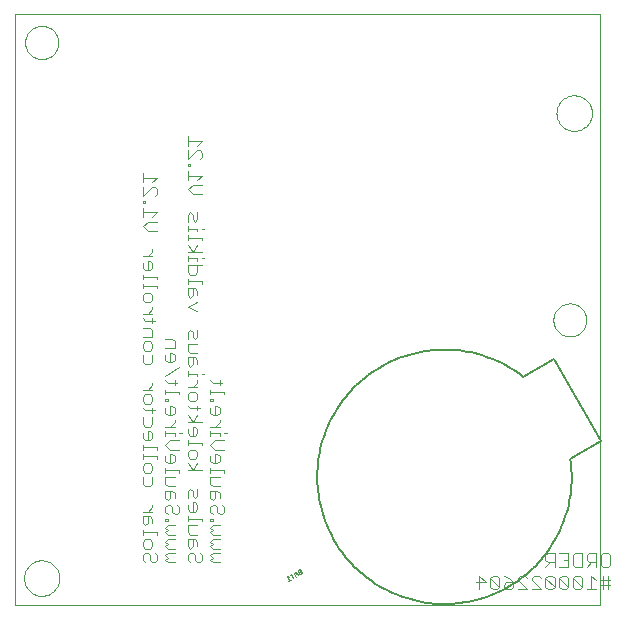
<source format=gbo>
G75*
%MOIN*%
%OFA0B0*%
%FSLAX24Y24*%
%IPPOS*%
%LPD*%
%AMOC8*
5,1,8,0,0,1.08239X$1,22.5*
%
%ADD10C,0.0000*%
%ADD11C,0.0040*%
%ADD12C,0.0080*%
%ADD13C,0.0010*%
D10*
X000800Y002782D02*
X000800Y022467D01*
X020292Y022467D01*
X020292Y002782D01*
X000800Y002782D01*
X001103Y003676D02*
X001105Y003724D01*
X001111Y003772D01*
X001121Y003819D01*
X001134Y003865D01*
X001152Y003910D01*
X001172Y003954D01*
X001197Y003996D01*
X001225Y004035D01*
X001255Y004072D01*
X001289Y004106D01*
X001326Y004138D01*
X001364Y004167D01*
X001405Y004192D01*
X001448Y004214D01*
X001493Y004232D01*
X001539Y004246D01*
X001586Y004257D01*
X001634Y004264D01*
X001682Y004267D01*
X001730Y004266D01*
X001778Y004261D01*
X001826Y004252D01*
X001872Y004240D01*
X001917Y004223D01*
X001961Y004203D01*
X002003Y004180D01*
X002043Y004153D01*
X002081Y004123D01*
X002116Y004090D01*
X002148Y004054D01*
X002178Y004016D01*
X002204Y003975D01*
X002226Y003932D01*
X002246Y003888D01*
X002261Y003843D01*
X002273Y003796D01*
X002281Y003748D01*
X002285Y003700D01*
X002285Y003652D01*
X002281Y003604D01*
X002273Y003556D01*
X002261Y003509D01*
X002246Y003464D01*
X002226Y003420D01*
X002204Y003377D01*
X002178Y003336D01*
X002148Y003298D01*
X002116Y003262D01*
X002081Y003229D01*
X002043Y003199D01*
X002003Y003172D01*
X001961Y003149D01*
X001917Y003129D01*
X001872Y003112D01*
X001826Y003100D01*
X001778Y003091D01*
X001730Y003086D01*
X001682Y003085D01*
X001634Y003088D01*
X001586Y003095D01*
X001539Y003106D01*
X001493Y003120D01*
X001448Y003138D01*
X001405Y003160D01*
X001364Y003185D01*
X001326Y003214D01*
X001289Y003246D01*
X001255Y003280D01*
X001225Y003317D01*
X001197Y003356D01*
X001172Y003398D01*
X001152Y003442D01*
X001134Y003487D01*
X001121Y003533D01*
X001111Y003580D01*
X001105Y003628D01*
X001103Y003676D01*
X001143Y021532D02*
X001145Y021579D01*
X001151Y021625D01*
X001161Y021671D01*
X001174Y021716D01*
X001192Y021759D01*
X001213Y021801D01*
X001237Y021841D01*
X001265Y021878D01*
X001296Y021913D01*
X001330Y021946D01*
X001366Y021975D01*
X001405Y022001D01*
X001446Y022024D01*
X001489Y022043D01*
X001533Y022059D01*
X001578Y022071D01*
X001624Y022079D01*
X001671Y022083D01*
X001717Y022083D01*
X001764Y022079D01*
X001810Y022071D01*
X001855Y022059D01*
X001899Y022043D01*
X001942Y022024D01*
X001983Y022001D01*
X002022Y021975D01*
X002058Y021946D01*
X002092Y021913D01*
X002123Y021878D01*
X002151Y021841D01*
X002175Y021801D01*
X002196Y021759D01*
X002214Y021716D01*
X002227Y021671D01*
X002237Y021625D01*
X002243Y021579D01*
X002245Y021532D01*
X002243Y021485D01*
X002237Y021439D01*
X002227Y021393D01*
X002214Y021348D01*
X002196Y021305D01*
X002175Y021263D01*
X002151Y021223D01*
X002123Y021186D01*
X002092Y021151D01*
X002058Y021118D01*
X002022Y021089D01*
X001983Y021063D01*
X001942Y021040D01*
X001899Y021021D01*
X001855Y021005D01*
X001810Y020993D01*
X001764Y020985D01*
X001717Y020981D01*
X001671Y020981D01*
X001624Y020985D01*
X001578Y020993D01*
X001533Y021005D01*
X001489Y021021D01*
X001446Y021040D01*
X001405Y021063D01*
X001366Y021089D01*
X001330Y021118D01*
X001296Y021151D01*
X001265Y021186D01*
X001237Y021223D01*
X001213Y021263D01*
X001192Y021305D01*
X001174Y021348D01*
X001161Y021393D01*
X001151Y021439D01*
X001145Y021485D01*
X001143Y021532D01*
X018749Y012282D02*
X018751Y012329D01*
X018757Y012375D01*
X018767Y012421D01*
X018780Y012466D01*
X018798Y012509D01*
X018819Y012551D01*
X018843Y012591D01*
X018871Y012628D01*
X018902Y012663D01*
X018936Y012696D01*
X018972Y012725D01*
X019011Y012751D01*
X019052Y012774D01*
X019095Y012793D01*
X019139Y012809D01*
X019184Y012821D01*
X019230Y012829D01*
X019277Y012833D01*
X019323Y012833D01*
X019370Y012829D01*
X019416Y012821D01*
X019461Y012809D01*
X019505Y012793D01*
X019548Y012774D01*
X019589Y012751D01*
X019628Y012725D01*
X019664Y012696D01*
X019698Y012663D01*
X019729Y012628D01*
X019757Y012591D01*
X019781Y012551D01*
X019802Y012509D01*
X019820Y012466D01*
X019833Y012421D01*
X019843Y012375D01*
X019849Y012329D01*
X019851Y012282D01*
X019849Y012235D01*
X019843Y012189D01*
X019833Y012143D01*
X019820Y012098D01*
X019802Y012055D01*
X019781Y012013D01*
X019757Y011973D01*
X019729Y011936D01*
X019698Y011901D01*
X019664Y011868D01*
X019628Y011839D01*
X019589Y011813D01*
X019548Y011790D01*
X019505Y011771D01*
X019461Y011755D01*
X019416Y011743D01*
X019370Y011735D01*
X019323Y011731D01*
X019277Y011731D01*
X019230Y011735D01*
X019184Y011743D01*
X019139Y011755D01*
X019095Y011771D01*
X019052Y011790D01*
X019011Y011813D01*
X018972Y011839D01*
X018936Y011868D01*
X018902Y011901D01*
X018871Y011936D01*
X018843Y011973D01*
X018819Y012013D01*
X018798Y012055D01*
X018780Y012098D01*
X018767Y012143D01*
X018757Y012189D01*
X018751Y012235D01*
X018749Y012282D01*
X018853Y019176D02*
X018855Y019224D01*
X018861Y019272D01*
X018871Y019319D01*
X018884Y019365D01*
X018902Y019410D01*
X018922Y019454D01*
X018947Y019496D01*
X018975Y019535D01*
X019005Y019572D01*
X019039Y019606D01*
X019076Y019638D01*
X019114Y019667D01*
X019155Y019692D01*
X019198Y019714D01*
X019243Y019732D01*
X019289Y019746D01*
X019336Y019757D01*
X019384Y019764D01*
X019432Y019767D01*
X019480Y019766D01*
X019528Y019761D01*
X019576Y019752D01*
X019622Y019740D01*
X019667Y019723D01*
X019711Y019703D01*
X019753Y019680D01*
X019793Y019653D01*
X019831Y019623D01*
X019866Y019590D01*
X019898Y019554D01*
X019928Y019516D01*
X019954Y019475D01*
X019976Y019432D01*
X019996Y019388D01*
X020011Y019343D01*
X020023Y019296D01*
X020031Y019248D01*
X020035Y019200D01*
X020035Y019152D01*
X020031Y019104D01*
X020023Y019056D01*
X020011Y019009D01*
X019996Y018964D01*
X019976Y018920D01*
X019954Y018877D01*
X019928Y018836D01*
X019898Y018798D01*
X019866Y018762D01*
X019831Y018729D01*
X019793Y018699D01*
X019753Y018672D01*
X019711Y018649D01*
X019667Y018629D01*
X019622Y018612D01*
X019576Y018600D01*
X019528Y018591D01*
X019480Y018586D01*
X019432Y018585D01*
X019384Y018588D01*
X019336Y018595D01*
X019289Y018606D01*
X019243Y018620D01*
X019198Y018638D01*
X019155Y018660D01*
X019114Y018685D01*
X019076Y018714D01*
X019039Y018746D01*
X019005Y018780D01*
X018975Y018817D01*
X018947Y018856D01*
X018922Y018898D01*
X018902Y018942D01*
X018884Y018987D01*
X018871Y019033D01*
X018861Y019080D01*
X018855Y019128D01*
X018853Y019176D01*
D11*
X007704Y010188D02*
X007397Y010188D01*
X007320Y010265D01*
X007627Y010265D02*
X007627Y010111D01*
X007780Y009881D02*
X007320Y009881D01*
X007320Y009804D02*
X007320Y009958D01*
X007320Y009651D02*
X007320Y009574D01*
X007397Y009574D01*
X007397Y009651D01*
X007320Y009651D01*
X007473Y009421D02*
X007473Y009114D01*
X007397Y009114D02*
X007550Y009114D01*
X007627Y009190D01*
X007627Y009344D01*
X007550Y009421D01*
X007473Y009421D01*
X007320Y009344D02*
X007320Y009190D01*
X007397Y009114D01*
X007627Y008960D02*
X007627Y008884D01*
X007473Y008730D01*
X007320Y008730D02*
X007627Y008730D01*
X007627Y008500D02*
X007320Y008500D01*
X007320Y008423D02*
X007320Y008577D01*
X007627Y008500D02*
X007627Y008423D01*
X007780Y008500D02*
X007857Y008500D01*
X007780Y008270D02*
X007473Y008270D01*
X007320Y008116D01*
X007473Y007963D01*
X007780Y007963D01*
X007550Y007809D02*
X007473Y007809D01*
X007473Y007502D01*
X007397Y007502D02*
X007550Y007502D01*
X007627Y007579D01*
X007627Y007733D01*
X007550Y007809D01*
X007320Y007733D02*
X007320Y007579D01*
X007397Y007502D01*
X007320Y007349D02*
X007320Y007195D01*
X007320Y007272D02*
X007780Y007272D01*
X007780Y007195D01*
X007627Y007042D02*
X007320Y007042D01*
X007320Y006812D01*
X007397Y006735D01*
X007627Y006735D01*
X007550Y006582D02*
X007320Y006582D01*
X007320Y006351D01*
X007397Y006275D01*
X007473Y006351D01*
X007473Y006582D01*
X007550Y006582D02*
X007627Y006505D01*
X007627Y006351D01*
X007704Y006121D02*
X007780Y006044D01*
X007780Y005891D01*
X007704Y005814D01*
X007627Y005814D01*
X007550Y005891D01*
X007550Y006044D01*
X007473Y006121D01*
X007397Y006121D01*
X007320Y006044D01*
X007320Y005891D01*
X007397Y005814D01*
X007397Y005661D02*
X007320Y005661D01*
X007320Y005584D01*
X007397Y005584D01*
X007397Y005661D01*
X007397Y005431D02*
X007627Y005431D01*
X007397Y005431D02*
X007320Y005354D01*
X007397Y005277D01*
X007320Y005200D01*
X007397Y005124D01*
X007627Y005124D01*
X007627Y004970D02*
X007397Y004970D01*
X007320Y004893D01*
X007397Y004817D01*
X007320Y004740D01*
X007397Y004663D01*
X007627Y004663D01*
X007627Y004510D02*
X007397Y004510D01*
X007320Y004433D01*
X007397Y004356D01*
X007320Y004280D01*
X007397Y004203D01*
X007627Y004203D01*
X007030Y004280D02*
X006954Y004203D01*
X006877Y004203D01*
X006800Y004280D01*
X006800Y004433D01*
X006723Y004510D01*
X006647Y004510D01*
X006570Y004433D01*
X006570Y004280D01*
X006647Y004203D01*
X007030Y004280D02*
X007030Y004433D01*
X006954Y004510D01*
X006877Y004740D02*
X006877Y004893D01*
X006800Y004970D01*
X006570Y004970D01*
X006570Y004740D01*
X006647Y004663D01*
X006723Y004740D01*
X006723Y004970D01*
X006647Y005124D02*
X006570Y005200D01*
X006570Y005431D01*
X006877Y005431D01*
X007030Y005584D02*
X007030Y005661D01*
X006570Y005661D01*
X006570Y005584D02*
X006570Y005738D01*
X006647Y005891D02*
X006800Y005891D01*
X006877Y005968D01*
X006877Y006121D01*
X006800Y006198D01*
X006723Y006198D01*
X006723Y005891D01*
X006647Y005891D02*
X006570Y005968D01*
X006570Y006121D01*
X006570Y006351D02*
X006570Y006582D01*
X006647Y006658D01*
X006723Y006582D01*
X006723Y006428D01*
X006800Y006351D01*
X006877Y006428D01*
X006877Y006658D01*
X007030Y007272D02*
X006570Y007272D01*
X006723Y007272D02*
X006877Y007502D01*
X006800Y007656D02*
X006647Y007656D01*
X006570Y007733D01*
X006570Y007886D01*
X006647Y007963D01*
X006800Y007963D01*
X006877Y007886D01*
X006877Y007733D01*
X006800Y007656D01*
X006570Y007502D02*
X006723Y007272D01*
X006280Y007272D02*
X006280Y007195D01*
X006280Y007272D02*
X005820Y007272D01*
X005820Y007195D02*
X005820Y007349D01*
X005897Y007502D02*
X005820Y007579D01*
X005820Y007733D01*
X005973Y007809D02*
X005973Y007502D01*
X005897Y007502D02*
X006050Y007502D01*
X006127Y007579D01*
X006127Y007733D01*
X006050Y007809D01*
X005973Y007809D01*
X005973Y007963D02*
X005820Y008116D01*
X005973Y008270D01*
X006280Y008270D01*
X006127Y008423D02*
X006127Y008500D01*
X005820Y008500D01*
X005820Y008423D02*
X005820Y008577D01*
X005820Y008730D02*
X006127Y008730D01*
X005973Y008730D02*
X006127Y008884D01*
X006127Y008960D01*
X006050Y009114D02*
X006127Y009190D01*
X006127Y009344D01*
X006050Y009421D01*
X005973Y009421D01*
X005973Y009114D01*
X005897Y009114D02*
X006050Y009114D01*
X005897Y009114D02*
X005820Y009190D01*
X005820Y009344D01*
X005820Y009574D02*
X005820Y009651D01*
X005897Y009651D01*
X005897Y009574D01*
X005820Y009574D01*
X005820Y009804D02*
X005820Y009958D01*
X005820Y009881D02*
X006280Y009881D01*
X006280Y009804D01*
X006570Y009804D02*
X006647Y009881D01*
X006800Y009881D01*
X006877Y009804D01*
X006877Y009651D01*
X006800Y009574D01*
X006647Y009574D01*
X006570Y009651D01*
X006570Y009804D01*
X006570Y010035D02*
X006877Y010035D01*
X006877Y010188D02*
X006877Y010265D01*
X006877Y010188D02*
X006723Y010035D01*
X006570Y010418D02*
X006570Y010572D01*
X006570Y010495D02*
X006877Y010495D01*
X006877Y010418D01*
X007030Y010495D02*
X007107Y010495D01*
X006877Y010802D02*
X006877Y010955D01*
X006800Y011032D01*
X006570Y011032D01*
X006570Y010802D01*
X006647Y010725D01*
X006723Y010802D01*
X006723Y011032D01*
X006647Y011186D02*
X006570Y011262D01*
X006570Y011492D01*
X006877Y011492D01*
X006800Y011646D02*
X006877Y011723D01*
X006877Y011953D01*
X006723Y011876D02*
X006723Y011723D01*
X006800Y011646D01*
X006570Y011646D02*
X006570Y011876D01*
X006647Y011953D01*
X006723Y011876D01*
X006127Y011569D02*
X006127Y011339D01*
X005820Y011339D01*
X005973Y011186D02*
X005973Y010879D01*
X005897Y010879D02*
X006050Y010879D01*
X006127Y010955D01*
X006127Y011109D01*
X006050Y011186D01*
X005973Y011186D01*
X005820Y011109D02*
X005820Y010955D01*
X005897Y010879D01*
X006280Y010725D02*
X005820Y010418D01*
X005820Y010265D02*
X005897Y010188D01*
X006204Y010188D01*
X006127Y010111D02*
X006127Y010265D01*
X006570Y009421D02*
X006647Y009344D01*
X006954Y009344D01*
X006877Y009267D02*
X006877Y009421D01*
X006877Y009114D02*
X006723Y008884D01*
X006570Y009114D01*
X006570Y008884D02*
X007030Y008884D01*
X006800Y008730D02*
X006877Y008653D01*
X006877Y008500D01*
X006800Y008423D01*
X006647Y008423D01*
X006570Y008500D01*
X006570Y008653D01*
X006723Y008730D02*
X006723Y008423D01*
X006570Y008270D02*
X006570Y008116D01*
X006570Y008193D02*
X007030Y008193D01*
X007030Y008116D01*
X006800Y008730D02*
X006723Y008730D01*
X006357Y008500D02*
X006280Y008500D01*
X006280Y007963D02*
X005973Y007963D01*
X005530Y007963D02*
X005530Y008040D01*
X005070Y008040D01*
X005070Y008116D02*
X005070Y007963D01*
X005070Y007809D02*
X005070Y007656D01*
X005070Y007733D02*
X005530Y007733D01*
X005530Y007656D01*
X005300Y007502D02*
X005377Y007426D01*
X005377Y007272D01*
X005300Y007195D01*
X005147Y007195D01*
X005070Y007272D01*
X005070Y007426D01*
X005147Y007502D01*
X005300Y007502D01*
X005377Y007042D02*
X005377Y006812D01*
X005300Y006735D01*
X005147Y006735D01*
X005070Y006812D01*
X005070Y007042D01*
X005820Y007042D02*
X005820Y006812D01*
X005897Y006735D01*
X006127Y006735D01*
X006050Y006582D02*
X006127Y006505D01*
X006127Y006351D01*
X005973Y006351D02*
X005897Y006275D01*
X005820Y006351D01*
X005820Y006582D01*
X006050Y006582D01*
X005973Y006582D02*
X005973Y006351D01*
X005973Y006121D02*
X005897Y006121D01*
X005820Y006044D01*
X005820Y005891D01*
X005897Y005814D01*
X005897Y005661D02*
X005820Y005661D01*
X005820Y005584D01*
X005897Y005584D01*
X005897Y005661D01*
X005897Y005431D02*
X006127Y005431D01*
X005897Y005431D02*
X005820Y005354D01*
X005897Y005277D01*
X005820Y005200D01*
X005897Y005124D01*
X006127Y005124D01*
X006127Y004970D02*
X005897Y004970D01*
X005820Y004893D01*
X005897Y004817D01*
X005820Y004740D01*
X005897Y004663D01*
X006127Y004663D01*
X006127Y004510D02*
X005897Y004510D01*
X005820Y004433D01*
X005897Y004356D01*
X005820Y004280D01*
X005897Y004203D01*
X006127Y004203D01*
X005530Y004280D02*
X005454Y004203D01*
X005377Y004203D01*
X005300Y004280D01*
X005300Y004433D01*
X005223Y004510D01*
X005147Y004510D01*
X005070Y004433D01*
X005070Y004280D01*
X005147Y004203D01*
X005530Y004280D02*
X005530Y004433D01*
X005454Y004510D01*
X005300Y004663D02*
X005147Y004663D01*
X005070Y004740D01*
X005070Y004893D01*
X005147Y004970D01*
X005300Y004970D01*
X005377Y004893D01*
X005377Y004740D01*
X005300Y004663D01*
X005070Y005124D02*
X005070Y005277D01*
X005070Y005200D02*
X005530Y005200D01*
X005530Y005124D01*
X005377Y005507D02*
X005377Y005661D01*
X005300Y005738D01*
X005070Y005738D01*
X005070Y005507D01*
X005147Y005431D01*
X005223Y005507D01*
X005223Y005738D01*
X005223Y005891D02*
X005377Y006044D01*
X005377Y006121D01*
X005377Y005891D02*
X005070Y005891D01*
X005973Y006121D02*
X006050Y006044D01*
X006050Y005891D01*
X006127Y005814D01*
X006204Y005814D01*
X006280Y005891D01*
X006280Y006044D01*
X006204Y006121D01*
X006127Y007042D02*
X005820Y007042D01*
X005300Y008270D02*
X005147Y008270D01*
X005070Y008346D01*
X005070Y008500D01*
X005223Y008577D02*
X005223Y008270D01*
X005300Y008270D02*
X005377Y008346D01*
X005377Y008500D01*
X005300Y008577D01*
X005223Y008577D01*
X005147Y008730D02*
X005070Y008807D01*
X005070Y009037D01*
X005147Y009267D02*
X005070Y009344D01*
X005147Y009267D02*
X005454Y009267D01*
X005377Y009190D02*
X005377Y009344D01*
X005300Y009497D02*
X005147Y009497D01*
X005070Y009574D01*
X005070Y009728D01*
X005147Y009804D01*
X005300Y009804D01*
X005377Y009728D01*
X005377Y009574D01*
X005300Y009497D01*
X005377Y009037D02*
X005377Y008807D01*
X005300Y008730D01*
X005147Y008730D01*
X005223Y009958D02*
X005377Y010111D01*
X005377Y010188D01*
X005377Y009958D02*
X005070Y009958D01*
X005147Y010802D02*
X005070Y010879D01*
X005070Y011109D01*
X005147Y011262D02*
X005070Y011339D01*
X005070Y011492D01*
X005147Y011569D01*
X005300Y011569D01*
X005377Y011492D01*
X005377Y011339D01*
X005300Y011262D01*
X005147Y011262D01*
X005377Y011109D02*
X005377Y010879D01*
X005300Y010802D01*
X005147Y010802D01*
X005820Y011646D02*
X006050Y011646D01*
X006127Y011569D01*
X006647Y011186D02*
X006877Y011186D01*
X007780Y009881D02*
X007780Y009804D01*
X005377Y011723D02*
X005377Y011953D01*
X005300Y012030D01*
X005070Y012030D01*
X005147Y012260D02*
X005070Y012337D01*
X005147Y012260D02*
X005454Y012260D01*
X005377Y012183D02*
X005377Y012337D01*
X005377Y012490D02*
X005070Y012490D01*
X005223Y012490D02*
X005377Y012643D01*
X005377Y012720D01*
X005300Y012874D02*
X005147Y012874D01*
X005070Y012950D01*
X005070Y013104D01*
X005147Y013181D01*
X005300Y013181D01*
X005377Y013104D01*
X005377Y012950D01*
X005300Y012874D01*
X005070Y013334D02*
X005070Y013487D01*
X005070Y013411D02*
X005530Y013411D01*
X005530Y013334D01*
X005530Y013641D02*
X005530Y013718D01*
X005070Y013718D01*
X005070Y013794D02*
X005070Y013641D01*
X005147Y013948D02*
X005300Y013948D01*
X005377Y014025D01*
X005377Y014178D01*
X005300Y014255D01*
X005223Y014255D01*
X005223Y013948D01*
X005147Y013948D02*
X005070Y014025D01*
X005070Y014178D01*
X005070Y014408D02*
X005377Y014408D01*
X005223Y014408D02*
X005377Y014562D01*
X005377Y014638D01*
X005530Y015252D02*
X005223Y015252D01*
X005070Y015406D01*
X005223Y015559D01*
X005530Y015559D01*
X005377Y015713D02*
X005530Y015866D01*
X005070Y015866D01*
X005070Y015713D02*
X005070Y016020D01*
X005070Y016173D02*
X005070Y016250D01*
X005147Y016250D01*
X005147Y016173D01*
X005070Y016173D01*
X005070Y016403D02*
X005377Y016710D01*
X005454Y016710D01*
X005530Y016633D01*
X005530Y016480D01*
X005454Y016403D01*
X005070Y016403D02*
X005070Y016710D01*
X005070Y016864D02*
X005070Y017171D01*
X005070Y017017D02*
X005530Y017017D01*
X005377Y016864D01*
X006570Y016940D02*
X006570Y017247D01*
X006570Y017094D02*
X007030Y017094D01*
X006877Y016940D01*
X007030Y016787D02*
X006723Y016787D01*
X006570Y016633D01*
X006723Y016480D01*
X007030Y016480D01*
X006877Y015866D02*
X006877Y015636D01*
X006800Y015559D01*
X006723Y015636D01*
X006723Y015789D01*
X006647Y015866D01*
X006570Y015789D01*
X006570Y015559D01*
X006570Y015406D02*
X006570Y015252D01*
X006570Y015329D02*
X006877Y015329D01*
X006877Y015252D01*
X007030Y015329D02*
X007107Y015329D01*
X007030Y015022D02*
X006570Y015022D01*
X006570Y014945D02*
X006570Y015099D01*
X006570Y014792D02*
X006723Y014562D01*
X006877Y014792D01*
X007030Y014945D02*
X007030Y015022D01*
X007030Y014562D02*
X006570Y014562D01*
X006570Y014408D02*
X006570Y014255D01*
X006570Y014332D02*
X006877Y014332D01*
X006877Y014255D01*
X006877Y014101D02*
X006877Y013871D01*
X006800Y013794D01*
X006647Y013794D01*
X006570Y013871D01*
X006570Y014101D01*
X007030Y014101D01*
X007030Y014332D02*
X007107Y014332D01*
X006570Y013641D02*
X006570Y013487D01*
X006570Y013564D02*
X007030Y013564D01*
X007030Y013487D01*
X006877Y013257D02*
X006800Y013334D01*
X006570Y013334D01*
X006570Y013104D01*
X006647Y013027D01*
X006723Y013104D01*
X006723Y013334D01*
X006877Y013257D02*
X006877Y013104D01*
X006877Y012874D02*
X006570Y012720D01*
X006877Y012567D01*
X005377Y011723D02*
X005070Y011723D01*
X006570Y017401D02*
X006570Y017478D01*
X006647Y017478D01*
X006647Y017401D01*
X006570Y017401D01*
X006570Y017631D02*
X006877Y017938D01*
X006954Y017938D01*
X007030Y017861D01*
X007030Y017708D01*
X006954Y017631D01*
X006570Y017631D02*
X006570Y017938D01*
X006570Y018091D02*
X006570Y018398D01*
X006570Y018245D02*
X007030Y018245D01*
X006877Y018091D01*
X006877Y005124D02*
X006647Y005124D01*
X016183Y003532D02*
X016490Y003532D01*
X016260Y003762D01*
X016260Y003302D01*
X016644Y003379D02*
X016721Y003302D01*
X016874Y003302D01*
X016951Y003379D01*
X016644Y003685D01*
X016644Y003379D01*
X016644Y003685D02*
X016721Y003762D01*
X016874Y003762D01*
X016951Y003685D01*
X016951Y003379D01*
X017104Y003379D02*
X017104Y003455D01*
X017181Y003532D01*
X017411Y003532D01*
X017411Y003379D01*
X017334Y003302D01*
X017181Y003302D01*
X017104Y003379D01*
X017258Y003685D02*
X017411Y003532D01*
X017565Y003609D02*
X017565Y003685D01*
X017641Y003762D01*
X017795Y003762D01*
X017872Y003685D01*
X018025Y003685D02*
X018102Y003762D01*
X018255Y003762D01*
X018332Y003685D01*
X018485Y003685D02*
X018485Y003379D01*
X018562Y003302D01*
X018716Y003302D01*
X018792Y003379D01*
X018485Y003685D01*
X018562Y003762D01*
X018716Y003762D01*
X018792Y003685D01*
X018792Y003379D01*
X018946Y003379D02*
X019023Y003302D01*
X019176Y003302D01*
X019253Y003379D01*
X018946Y003685D01*
X018946Y003379D01*
X018946Y003685D02*
X019023Y003762D01*
X019176Y003762D01*
X019253Y003685D01*
X019253Y003379D01*
X019406Y003379D02*
X019483Y003302D01*
X019636Y003302D01*
X019713Y003379D01*
X019406Y003685D01*
X019406Y003379D01*
X019406Y003685D02*
X019483Y003762D01*
X019636Y003762D01*
X019713Y003685D01*
X019713Y003379D01*
X019867Y003302D02*
X020174Y003302D01*
X020020Y003302D02*
X020020Y003762D01*
X020174Y003609D01*
X020327Y003609D02*
X020404Y003609D01*
X020634Y003609D01*
X020634Y003455D02*
X020327Y003455D01*
X020404Y003302D02*
X020404Y003762D01*
X020557Y003762D02*
X020557Y003302D01*
X020557Y004052D02*
X020404Y004052D01*
X020327Y004129D01*
X020327Y004435D01*
X020404Y004512D01*
X020557Y004512D01*
X020634Y004435D01*
X020634Y004129D01*
X020557Y004052D01*
X020174Y004052D02*
X020174Y004512D01*
X019943Y004512D01*
X019867Y004435D01*
X019867Y004282D01*
X019943Y004205D01*
X020174Y004205D01*
X020020Y004205D02*
X019867Y004052D01*
X019713Y004052D02*
X019483Y004052D01*
X019406Y004129D01*
X019406Y004435D01*
X019483Y004512D01*
X019713Y004512D01*
X019713Y004052D01*
X019253Y004052D02*
X019253Y004512D01*
X018946Y004512D01*
X018792Y004512D02*
X018562Y004512D01*
X018485Y004435D01*
X018485Y004282D01*
X018562Y004205D01*
X018792Y004205D01*
X018639Y004205D02*
X018485Y004052D01*
X018792Y004052D02*
X018792Y004512D01*
X019099Y004282D02*
X019253Y004282D01*
X019253Y004052D02*
X018946Y004052D01*
X018332Y003302D02*
X018025Y003609D01*
X018025Y003685D01*
X018025Y003302D02*
X018332Y003302D01*
X017872Y003302D02*
X017565Y003609D01*
X017565Y003302D02*
X017872Y003302D01*
X017258Y003685D02*
X017104Y003762D01*
D12*
X019316Y007658D02*
X019332Y007529D01*
X019345Y007401D01*
X019353Y007272D01*
X019358Y007142D01*
X019359Y007013D01*
X019356Y006884D01*
X019348Y006754D01*
X019337Y006626D01*
X019322Y006497D01*
X019303Y006369D01*
X019281Y006242D01*
X019254Y006115D01*
X019223Y005990D01*
X019189Y005865D01*
X019151Y005741D01*
X019109Y005619D01*
X019063Y005498D01*
X019014Y005378D01*
X018961Y005260D01*
X018905Y005144D01*
X018845Y005029D01*
X018781Y004916D01*
X018714Y004806D01*
X018644Y004697D01*
X018571Y004591D01*
X018494Y004487D01*
X018414Y004385D01*
X018331Y004285D01*
X018245Y004189D01*
X018156Y004095D01*
X018065Y004003D01*
X017970Y003915D01*
X017873Y003829D01*
X017774Y003747D01*
X017672Y003668D01*
X017567Y003591D01*
X017460Y003518D01*
X017352Y003448D01*
X017241Y003382D01*
X017128Y003319D01*
X017013Y003259D01*
X016896Y003203D01*
X016778Y003151D01*
X016658Y003102D01*
X016537Y003057D01*
X016414Y003016D01*
X016291Y002978D01*
X016166Y002944D01*
X016040Y002914D01*
X015913Y002888D01*
X015786Y002866D01*
X015658Y002847D01*
X015529Y002833D01*
X015400Y002822D01*
X015271Y002816D01*
X015142Y002813D01*
X015012Y002814D01*
X014883Y002820D01*
X014754Y002829D01*
X014625Y002842D01*
X014497Y002859D01*
X014370Y002880D01*
X014243Y002905D01*
X014116Y002933D01*
X013991Y002966D01*
X013867Y003002D01*
X013744Y003042D01*
X013622Y003086D01*
X013502Y003133D01*
X013383Y003185D01*
X013266Y003239D01*
X013151Y003298D01*
X013037Y003359D01*
X012925Y003425D01*
X012816Y003493D01*
X012708Y003565D01*
X012603Y003640D01*
X012500Y003719D01*
X012399Y003800D01*
X012301Y003885D01*
X012206Y003972D01*
X012113Y004062D01*
X012024Y004155D01*
X011937Y004251D01*
X011853Y004350D01*
X011772Y004450D01*
X011694Y004554D01*
X011619Y004659D01*
X011548Y004767D01*
X011480Y004877D01*
X011415Y004989D01*
X011354Y005103D01*
X011296Y005219D01*
X011242Y005336D01*
X011191Y005455D01*
X011145Y005576D01*
X011101Y005698D01*
X011062Y005821D01*
X011026Y005945D01*
X010994Y006071D01*
X010966Y006197D01*
X010942Y006324D01*
X010922Y006452D01*
X010905Y006580D01*
X010893Y006709D01*
X010884Y006838D01*
X010880Y006967D01*
X010879Y007097D01*
X010883Y007226D01*
X010890Y007355D01*
X010901Y007484D01*
X010916Y007613D01*
X010935Y007740D01*
X010958Y007868D01*
X010985Y007994D01*
X011015Y008120D01*
X011050Y008245D01*
X011088Y008368D01*
X011130Y008491D01*
X011176Y008612D01*
X011225Y008731D01*
X011278Y008849D01*
X011335Y008965D01*
X011395Y009080D01*
X011458Y009193D01*
X011525Y009303D01*
X011596Y009412D01*
X011669Y009518D01*
X011746Y009622D01*
X011826Y009724D01*
X011909Y009823D01*
X011995Y009920D01*
X012084Y010014D01*
X012176Y010105D01*
X012270Y010193D01*
X012367Y010279D01*
X012467Y010361D01*
X012569Y010441D01*
X012674Y010517D01*
X012781Y010590D01*
X012890Y010660D01*
X013001Y010726D01*
X013114Y010789D01*
X013228Y010848D01*
X013345Y010904D01*
X013463Y010956D01*
X013583Y011005D01*
X013705Y011050D01*
X013827Y011091D01*
X013951Y011129D01*
X014076Y011163D01*
X014202Y011193D01*
X014328Y011219D01*
X014456Y011241D01*
X014584Y011259D01*
X014712Y011273D01*
X014841Y011284D01*
X014971Y011290D01*
X015100Y011293D01*
X015229Y011292D01*
X015358Y011286D01*
X015487Y011277D01*
X015616Y011264D01*
X015744Y011247D01*
X015872Y011226D01*
X015999Y011201D01*
X016125Y011172D01*
X016250Y011139D01*
X016374Y011103D01*
X016497Y011063D01*
X016619Y011019D01*
X016739Y010971D01*
X016858Y010920D01*
X016975Y010865D01*
X017091Y010807D01*
X017204Y010745D01*
X017316Y010679D01*
X017425Y010611D01*
X017533Y010539D01*
X017638Y010464D01*
X017741Y010385D01*
X017741Y010386D02*
X018764Y010976D01*
X020338Y008249D01*
X019316Y007658D01*
D13*
X010377Y003848D02*
X010312Y003811D01*
X010278Y003820D01*
X010265Y003842D01*
X010274Y003876D01*
X010339Y003913D01*
X010274Y003876D02*
X010240Y003885D01*
X010228Y003907D01*
X010237Y003941D01*
X010302Y003978D01*
X010377Y003848D01*
X010249Y003775D02*
X010199Y003861D01*
X010131Y003880D01*
X010113Y003811D01*
X010163Y003725D01*
X010125Y003790D02*
X010212Y003840D01*
X010047Y003831D02*
X009960Y003781D01*
X010003Y003806D02*
X010078Y003676D01*
X009994Y003627D02*
X009908Y003577D01*
X009951Y003602D02*
X009876Y003732D01*
X009944Y003714D01*
M02*

</source>
